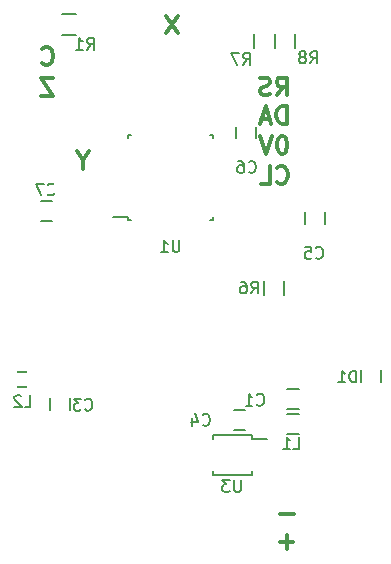
<source format=gbo>
G04 #@! TF.FileFunction,Legend,Bot*
%FSLAX46Y46*%
G04 Gerber Fmt 4.6, Leading zero omitted, Abs format (unit mm)*
G04 Created by KiCad (PCBNEW (after 2015-mar-04 BZR unknown)-product) date 22/05/2015 04:17:12*
%MOMM*%
G01*
G04 APERTURE LIST*
%ADD10C,0.100000*%
%ADD11C,0.300000*%
%ADD12C,0.150000*%
%ADD13R,1.500000X1.250000*%
%ADD14C,0.899160*%
%ADD15R,2.032000X2.032000*%
%ADD16O,2.032000X2.032000*%
%ADD17R,1.500000X1.300000*%
%ADD18R,1.397000X1.397000*%
%ADD19C,1.397000*%
%ADD20R,1.250000X1.500000*%
%ADD21R,1.727200X1.727200*%
%ADD22O,1.727200X1.727200*%
%ADD23R,2.032000X1.727200*%
%ADD24O,2.032000X1.727200*%
%ADD25R,1.300000X1.500000*%
%ADD26R,1.400000X0.300000*%
%ADD27C,1.016000*%
%ADD28R,1.549400X1.800860*%
%ADD29R,1.200000X0.600000*%
%ADD30R,0.600000X1.200000*%
%ADD31C,1.524000*%
G04 APERTURE END LIST*
D10*
D11*
X157821428Y-102967143D02*
X156678571Y-102967143D01*
X157250000Y-103538571D02*
X157250000Y-102395714D01*
X157851428Y-100597143D02*
X156708571Y-100597143D01*
X137469999Y-63668571D02*
X136469999Y-63668571D01*
X137469999Y-65168571D01*
X136469999Y-65168571D01*
X136565714Y-62425714D02*
X136637143Y-62497143D01*
X136851429Y-62568571D01*
X136994286Y-62568571D01*
X137208571Y-62497143D01*
X137351429Y-62354286D01*
X137422857Y-62211429D01*
X137494286Y-61925714D01*
X137494286Y-61711429D01*
X137422857Y-61425714D01*
X137351429Y-61282857D01*
X137208571Y-61140000D01*
X136994286Y-61068571D01*
X136851429Y-61068571D01*
X136637143Y-61140000D01*
X136565714Y-61211429D01*
X139990000Y-70654286D02*
X139990000Y-71368571D01*
X140490000Y-69868571D02*
X139990000Y-70654286D01*
X139490000Y-69868571D01*
X148039999Y-58398571D02*
X147039999Y-59898571D01*
X147039999Y-58398571D02*
X148039999Y-59898571D01*
X156442857Y-72485714D02*
X156514286Y-72557143D01*
X156728572Y-72628571D01*
X156871429Y-72628571D01*
X157085714Y-72557143D01*
X157228572Y-72414286D01*
X157300000Y-72271429D01*
X157371429Y-71985714D01*
X157371429Y-71771429D01*
X157300000Y-71485714D01*
X157228572Y-71342857D01*
X157085714Y-71200000D01*
X156871429Y-71128571D01*
X156728572Y-71128571D01*
X156514286Y-71200000D01*
X156442857Y-71271429D01*
X155085714Y-72628571D02*
X155800000Y-72628571D01*
X155800000Y-71128571D01*
X156944285Y-68598571D02*
X156801428Y-68598571D01*
X156658571Y-68670000D01*
X156587142Y-68741429D01*
X156515713Y-68884286D01*
X156444285Y-69170000D01*
X156444285Y-69527143D01*
X156515713Y-69812857D01*
X156587142Y-69955714D01*
X156658571Y-70027143D01*
X156801428Y-70098571D01*
X156944285Y-70098571D01*
X157087142Y-70027143D01*
X157158571Y-69955714D01*
X157229999Y-69812857D01*
X157301428Y-69527143D01*
X157301428Y-69170000D01*
X157229999Y-68884286D01*
X157158571Y-68741429D01*
X157087142Y-68670000D01*
X156944285Y-68598571D01*
X156015714Y-68598571D02*
X155515714Y-70098571D01*
X155015714Y-68598571D01*
X157245714Y-67548571D02*
X157245714Y-66048571D01*
X156888571Y-66048571D01*
X156674286Y-66120000D01*
X156531428Y-66262857D01*
X156460000Y-66405714D01*
X156388571Y-66691429D01*
X156388571Y-66905714D01*
X156460000Y-67191429D01*
X156531428Y-67334286D01*
X156674286Y-67477143D01*
X156888571Y-67548571D01*
X157245714Y-67548571D01*
X155817143Y-67120000D02*
X155102857Y-67120000D01*
X155960000Y-67548571D02*
X155460000Y-66048571D01*
X154960000Y-67548571D01*
X156409999Y-65138571D02*
X156909999Y-64424286D01*
X157267142Y-65138571D02*
X157267142Y-63638571D01*
X156695714Y-63638571D01*
X156552856Y-63710000D01*
X156481428Y-63781429D01*
X156409999Y-63924286D01*
X156409999Y-64138571D01*
X156481428Y-64281429D01*
X156552856Y-64352857D01*
X156695714Y-64424286D01*
X157267142Y-64424286D01*
X155838571Y-65067143D02*
X155624285Y-65138571D01*
X155267142Y-65138571D01*
X155124285Y-65067143D01*
X155052856Y-64995714D01*
X154981428Y-64852857D01*
X154981428Y-64710000D01*
X155052856Y-64567143D01*
X155124285Y-64495714D01*
X155267142Y-64424286D01*
X155552856Y-64352857D01*
X155695714Y-64281429D01*
X155767142Y-64210000D01*
X155838571Y-64067143D01*
X155838571Y-63924286D01*
X155767142Y-63781429D01*
X155695714Y-63710000D01*
X155552856Y-63638571D01*
X155195714Y-63638571D01*
X154981428Y-63710000D01*
D12*
X158260000Y-91710000D02*
X157260000Y-91710000D01*
X157260000Y-90010000D02*
X158260000Y-90010000D01*
X138210000Y-60035000D02*
X139410000Y-60035000D01*
X139410000Y-58285000D02*
X138210000Y-58285000D01*
X137210000Y-91810000D02*
X137210000Y-90810000D01*
X138910000Y-90810000D02*
X138910000Y-91810000D01*
X153760000Y-93460000D02*
X152760000Y-93460000D01*
X152760000Y-91760000D02*
X153760000Y-91760000D01*
X157260000Y-92110000D02*
X158260000Y-92110000D01*
X158260000Y-93810000D02*
X157260000Y-93810000D01*
X158810000Y-76010000D02*
X158810000Y-75010000D01*
X160510000Y-75010000D02*
X160510000Y-76010000D01*
X152960000Y-68785000D02*
X152960000Y-67785000D01*
X154660000Y-67785000D02*
X154660000Y-68785000D01*
X137420000Y-75750000D02*
X136420000Y-75750000D01*
X136420000Y-74050000D02*
X137420000Y-74050000D01*
X156240000Y-61175000D02*
X156240000Y-59975000D01*
X154490000Y-59975000D02*
X154490000Y-61175000D01*
X157990000Y-61175000D02*
X157990000Y-59975000D01*
X156240000Y-59975000D02*
X156240000Y-61175000D01*
X154335000Y-93935000D02*
X154335000Y-94235000D01*
X150985000Y-93935000D02*
X150985000Y-94235000D01*
X150985000Y-97285000D02*
X150985000Y-96985000D01*
X154335000Y-97285000D02*
X154335000Y-96985000D01*
X154335000Y-93935000D02*
X150985000Y-93935000D01*
X154335000Y-97285000D02*
X150985000Y-97285000D01*
X154335000Y-94235000D02*
X155560000Y-94235000D01*
X135495000Y-89845000D02*
X135495000Y-88575000D01*
X133844000Y-89845000D02*
X133844000Y-88575000D01*
X133844000Y-88575000D02*
X135876000Y-88575000D01*
X135876000Y-88575000D02*
X135876000Y-89845000D01*
X135876000Y-89845000D02*
X133844000Y-89845000D01*
X143785000Y-75735000D02*
X143785000Y-75435000D01*
X151035000Y-75735000D02*
X151035000Y-75435000D01*
X151035000Y-68485000D02*
X151035000Y-68785000D01*
X143785000Y-68485000D02*
X143785000Y-68785000D01*
X143785000Y-75735000D02*
X144085000Y-75735000D01*
X143785000Y-68485000D02*
X144085000Y-68485000D01*
X151035000Y-68485000D02*
X150735000Y-68485000D01*
X151035000Y-75735000D02*
X150735000Y-75735000D01*
X143785000Y-75435000D02*
X142560000Y-75435000D01*
X165210000Y-88430000D02*
X165210000Y-89430000D01*
X163510000Y-89430000D02*
X163510000Y-88430000D01*
X157055000Y-82060000D02*
X157055000Y-80860000D01*
X155305000Y-80860000D02*
X155305000Y-82060000D01*
X154726666Y-91317143D02*
X154774285Y-91364762D01*
X154917142Y-91412381D01*
X155012380Y-91412381D01*
X155155238Y-91364762D01*
X155250476Y-91269524D01*
X155298095Y-91174286D01*
X155345714Y-90983810D01*
X155345714Y-90840952D01*
X155298095Y-90650476D01*
X155250476Y-90555238D01*
X155155238Y-90460000D01*
X155012380Y-90412381D01*
X154917142Y-90412381D01*
X154774285Y-90460000D01*
X154726666Y-90507619D01*
X153774285Y-91412381D02*
X154345714Y-91412381D01*
X154060000Y-91412381D02*
X154060000Y-90412381D01*
X154155238Y-90555238D01*
X154250476Y-90650476D01*
X154345714Y-90698095D01*
X140356666Y-61272381D02*
X140690000Y-60796190D01*
X140928095Y-61272381D02*
X140928095Y-60272381D01*
X140547142Y-60272381D01*
X140451904Y-60320000D01*
X140404285Y-60367619D01*
X140356666Y-60462857D01*
X140356666Y-60605714D01*
X140404285Y-60700952D01*
X140451904Y-60748571D01*
X140547142Y-60796190D01*
X140928095Y-60796190D01*
X139404285Y-61272381D02*
X139975714Y-61272381D01*
X139690000Y-61272381D02*
X139690000Y-60272381D01*
X139785238Y-60415238D01*
X139880476Y-60510476D01*
X139975714Y-60558095D01*
X140176666Y-91737143D02*
X140224285Y-91784762D01*
X140367142Y-91832381D01*
X140462380Y-91832381D01*
X140605238Y-91784762D01*
X140700476Y-91689524D01*
X140748095Y-91594286D01*
X140795714Y-91403810D01*
X140795714Y-91260952D01*
X140748095Y-91070476D01*
X140700476Y-90975238D01*
X140605238Y-90880000D01*
X140462380Y-90832381D01*
X140367142Y-90832381D01*
X140224285Y-90880000D01*
X140176666Y-90927619D01*
X139843333Y-90832381D02*
X139224285Y-90832381D01*
X139557619Y-91213333D01*
X139414761Y-91213333D01*
X139319523Y-91260952D01*
X139271904Y-91308571D01*
X139224285Y-91403810D01*
X139224285Y-91641905D01*
X139271904Y-91737143D01*
X139319523Y-91784762D01*
X139414761Y-91832381D01*
X139700476Y-91832381D01*
X139795714Y-91784762D01*
X139843333Y-91737143D01*
X150126666Y-93017143D02*
X150174285Y-93064762D01*
X150317142Y-93112381D01*
X150412380Y-93112381D01*
X150555238Y-93064762D01*
X150650476Y-92969524D01*
X150698095Y-92874286D01*
X150745714Y-92683810D01*
X150745714Y-92540952D01*
X150698095Y-92350476D01*
X150650476Y-92255238D01*
X150555238Y-92160000D01*
X150412380Y-92112381D01*
X150317142Y-92112381D01*
X150174285Y-92160000D01*
X150126666Y-92207619D01*
X149269523Y-92445714D02*
X149269523Y-93112381D01*
X149507619Y-92064762D02*
X149745714Y-92779048D01*
X149126666Y-92779048D01*
X157826666Y-95062381D02*
X158302857Y-95062381D01*
X158302857Y-94062381D01*
X156969523Y-95062381D02*
X157540952Y-95062381D01*
X157255238Y-95062381D02*
X157255238Y-94062381D01*
X157350476Y-94205238D01*
X157445714Y-94300476D01*
X157540952Y-94348095D01*
X159726666Y-78877143D02*
X159774285Y-78924762D01*
X159917142Y-78972381D01*
X160012380Y-78972381D01*
X160155238Y-78924762D01*
X160250476Y-78829524D01*
X160298095Y-78734286D01*
X160345714Y-78543810D01*
X160345714Y-78400952D01*
X160298095Y-78210476D01*
X160250476Y-78115238D01*
X160155238Y-78020000D01*
X160012380Y-77972381D01*
X159917142Y-77972381D01*
X159774285Y-78020000D01*
X159726666Y-78067619D01*
X158821904Y-77972381D02*
X159298095Y-77972381D01*
X159345714Y-78448571D01*
X159298095Y-78400952D01*
X159202857Y-78353333D01*
X158964761Y-78353333D01*
X158869523Y-78400952D01*
X158821904Y-78448571D01*
X158774285Y-78543810D01*
X158774285Y-78781905D01*
X158821904Y-78877143D01*
X158869523Y-78924762D01*
X158964761Y-78972381D01*
X159202857Y-78972381D01*
X159298095Y-78924762D01*
X159345714Y-78877143D01*
X154026666Y-71607143D02*
X154074285Y-71654762D01*
X154217142Y-71702381D01*
X154312380Y-71702381D01*
X154455238Y-71654762D01*
X154550476Y-71559524D01*
X154598095Y-71464286D01*
X154645714Y-71273810D01*
X154645714Y-71130952D01*
X154598095Y-70940476D01*
X154550476Y-70845238D01*
X154455238Y-70750000D01*
X154312380Y-70702381D01*
X154217142Y-70702381D01*
X154074285Y-70750000D01*
X154026666Y-70797619D01*
X153169523Y-70702381D02*
X153360000Y-70702381D01*
X153455238Y-70750000D01*
X153502857Y-70797619D01*
X153598095Y-70940476D01*
X153645714Y-71130952D01*
X153645714Y-71511905D01*
X153598095Y-71607143D01*
X153550476Y-71654762D01*
X153455238Y-71702381D01*
X153264761Y-71702381D01*
X153169523Y-71654762D01*
X153121904Y-71607143D01*
X153074285Y-71511905D01*
X153074285Y-71273810D01*
X153121904Y-71178571D01*
X153169523Y-71130952D01*
X153264761Y-71083333D01*
X153455238Y-71083333D01*
X153550476Y-71130952D01*
X153598095Y-71178571D01*
X153645714Y-71273810D01*
X137036666Y-73527143D02*
X137084285Y-73574762D01*
X137227142Y-73622381D01*
X137322380Y-73622381D01*
X137465238Y-73574762D01*
X137560476Y-73479524D01*
X137608095Y-73384286D01*
X137655714Y-73193810D01*
X137655714Y-73050952D01*
X137608095Y-72860476D01*
X137560476Y-72765238D01*
X137465238Y-72670000D01*
X137322380Y-72622381D01*
X137227142Y-72622381D01*
X137084285Y-72670000D01*
X137036666Y-72717619D01*
X136703333Y-72622381D02*
X136036666Y-72622381D01*
X136465238Y-73622381D01*
X153576666Y-62542381D02*
X153910000Y-62066190D01*
X154148095Y-62542381D02*
X154148095Y-61542381D01*
X153767142Y-61542381D01*
X153671904Y-61590000D01*
X153624285Y-61637619D01*
X153576666Y-61732857D01*
X153576666Y-61875714D01*
X153624285Y-61970952D01*
X153671904Y-62018571D01*
X153767142Y-62066190D01*
X154148095Y-62066190D01*
X153243333Y-61542381D02*
X152576666Y-61542381D01*
X153005238Y-62542381D01*
X159266666Y-62432381D02*
X159600000Y-61956190D01*
X159838095Y-62432381D02*
X159838095Y-61432381D01*
X159457142Y-61432381D01*
X159361904Y-61480000D01*
X159314285Y-61527619D01*
X159266666Y-61622857D01*
X159266666Y-61765714D01*
X159314285Y-61860952D01*
X159361904Y-61908571D01*
X159457142Y-61956190D01*
X159838095Y-61956190D01*
X158695238Y-61860952D02*
X158790476Y-61813333D01*
X158838095Y-61765714D01*
X158885714Y-61670476D01*
X158885714Y-61622857D01*
X158838095Y-61527619D01*
X158790476Y-61480000D01*
X158695238Y-61432381D01*
X158504761Y-61432381D01*
X158409523Y-61480000D01*
X158361904Y-61527619D01*
X158314285Y-61622857D01*
X158314285Y-61670476D01*
X158361904Y-61765714D01*
X158409523Y-61813333D01*
X158504761Y-61860952D01*
X158695238Y-61860952D01*
X158790476Y-61908571D01*
X158838095Y-61956190D01*
X158885714Y-62051429D01*
X158885714Y-62241905D01*
X158838095Y-62337143D01*
X158790476Y-62384762D01*
X158695238Y-62432381D01*
X158504761Y-62432381D01*
X158409523Y-62384762D01*
X158361904Y-62337143D01*
X158314285Y-62241905D01*
X158314285Y-62051429D01*
X158361904Y-61956190D01*
X158409523Y-61908571D01*
X158504761Y-61860952D01*
X153371905Y-97712381D02*
X153371905Y-98521905D01*
X153324286Y-98617143D01*
X153276667Y-98664762D01*
X153181429Y-98712381D01*
X152990952Y-98712381D01*
X152895714Y-98664762D01*
X152848095Y-98617143D01*
X152800476Y-98521905D01*
X152800476Y-97712381D01*
X152419524Y-97712381D02*
X151800476Y-97712381D01*
X152133810Y-98093333D01*
X151990952Y-98093333D01*
X151895714Y-98140952D01*
X151848095Y-98188571D01*
X151800476Y-98283810D01*
X151800476Y-98521905D01*
X151848095Y-98617143D01*
X151895714Y-98664762D01*
X151990952Y-98712381D01*
X152276667Y-98712381D01*
X152371905Y-98664762D01*
X152419524Y-98617143D01*
X135056666Y-91512381D02*
X135532857Y-91512381D01*
X135532857Y-90512381D01*
X134770952Y-90607619D02*
X134723333Y-90560000D01*
X134628095Y-90512381D01*
X134389999Y-90512381D01*
X134294761Y-90560000D01*
X134247142Y-90607619D01*
X134199523Y-90702857D01*
X134199523Y-90798095D01*
X134247142Y-90940952D01*
X134818571Y-91512381D01*
X134199523Y-91512381D01*
X148171905Y-77412381D02*
X148171905Y-78221905D01*
X148124286Y-78317143D01*
X148076667Y-78364762D01*
X147981429Y-78412381D01*
X147790952Y-78412381D01*
X147695714Y-78364762D01*
X147648095Y-78317143D01*
X147600476Y-78221905D01*
X147600476Y-77412381D01*
X146600476Y-78412381D02*
X147171905Y-78412381D01*
X146886191Y-78412381D02*
X146886191Y-77412381D01*
X146981429Y-77555238D01*
X147076667Y-77650476D01*
X147171905Y-77698095D01*
X163138095Y-89452381D02*
X163138095Y-88452381D01*
X162900000Y-88452381D01*
X162757142Y-88500000D01*
X162661904Y-88595238D01*
X162614285Y-88690476D01*
X162566666Y-88880952D01*
X162566666Y-89023810D01*
X162614285Y-89214286D01*
X162661904Y-89309524D01*
X162757142Y-89404762D01*
X162900000Y-89452381D01*
X163138095Y-89452381D01*
X161614285Y-89452381D02*
X162185714Y-89452381D01*
X161900000Y-89452381D02*
X161900000Y-88452381D01*
X161995238Y-88595238D01*
X162090476Y-88690476D01*
X162185714Y-88738095D01*
X154246666Y-81912381D02*
X154580000Y-81436190D01*
X154818095Y-81912381D02*
X154818095Y-80912381D01*
X154437142Y-80912381D01*
X154341904Y-80960000D01*
X154294285Y-81007619D01*
X154246666Y-81102857D01*
X154246666Y-81245714D01*
X154294285Y-81340952D01*
X154341904Y-81388571D01*
X154437142Y-81436190D01*
X154818095Y-81436190D01*
X153389523Y-80912381D02*
X153580000Y-80912381D01*
X153675238Y-80960000D01*
X153722857Y-81007619D01*
X153818095Y-81150476D01*
X153865714Y-81340952D01*
X153865714Y-81721905D01*
X153818095Y-81817143D01*
X153770476Y-81864762D01*
X153675238Y-81912381D01*
X153484761Y-81912381D01*
X153389523Y-81864762D01*
X153341904Y-81817143D01*
X153294285Y-81721905D01*
X153294285Y-81483810D01*
X153341904Y-81388571D01*
X153389523Y-81340952D01*
X153484761Y-81293333D01*
X153675238Y-81293333D01*
X153770476Y-81340952D01*
X153818095Y-81388571D01*
X153865714Y-81483810D01*
%LPC*%
D13*
X156510000Y-90860000D03*
X159010000Y-90860000D03*
D14*
X162109100Y-91459640D03*
X162109100Y-87060360D03*
D15*
X151360000Y-100610000D03*
D16*
X151360000Y-103150000D03*
D15*
X154960000Y-103110000D03*
D16*
X154960000Y-100570000D03*
D17*
X140160000Y-59160000D03*
X137460000Y-59160000D03*
D18*
X135310000Y-61870000D03*
D19*
X135310000Y-64410000D03*
X135310000Y-66950000D03*
D20*
X138060000Y-90060000D03*
X138060000Y-92560000D03*
D13*
X152010000Y-92610000D03*
X154510000Y-92610000D03*
D21*
X139810000Y-103060000D03*
D22*
X139810000Y-100520000D03*
X142350000Y-103060000D03*
X142350000Y-100520000D03*
X144890000Y-103060000D03*
X144890000Y-100520000D03*
X147430000Y-103060000D03*
X147430000Y-100520000D03*
D13*
X159010000Y-92960000D03*
X156510000Y-92960000D03*
D20*
X159660000Y-74260000D03*
X159660000Y-76760000D03*
X153810000Y-67035000D03*
X153810000Y-69535000D03*
D13*
X135670000Y-74900000D03*
X138170000Y-74900000D03*
D23*
X159010000Y-64260000D03*
D24*
X159010000Y-66800000D03*
X159010000Y-69340000D03*
X159010000Y-71880000D03*
D25*
X155365000Y-59225000D03*
X155365000Y-61925000D03*
X157115000Y-59225000D03*
X157115000Y-61925000D03*
D26*
X154860000Y-94610000D03*
X154860000Y-95110000D03*
X154860000Y-95610000D03*
X154860000Y-96110000D03*
X154860000Y-96610000D03*
X150460000Y-96610000D03*
X150460000Y-96110000D03*
X150460000Y-95610000D03*
X150460000Y-95110000D03*
X150460000Y-94610000D03*
D23*
X135360000Y-95510000D03*
D24*
X135360000Y-98050000D03*
D27*
X135360000Y-100590000D03*
D28*
X136036020Y-89210000D03*
X133683980Y-89210000D03*
D29*
X143160000Y-74910000D03*
X143160000Y-74110000D03*
X143160000Y-73310000D03*
X143160000Y-72510000D03*
X143160000Y-71710000D03*
X143160000Y-70910000D03*
X143160000Y-70110000D03*
X143160000Y-69310000D03*
D30*
X144610000Y-67860000D03*
X145410000Y-67860000D03*
X146210000Y-67860000D03*
X147010000Y-67860000D03*
X147810000Y-67860000D03*
X148610000Y-67860000D03*
X149410000Y-67860000D03*
X150210000Y-67860000D03*
D29*
X151660000Y-69310000D03*
X151660000Y-70110000D03*
X151660000Y-70910000D03*
X151660000Y-71710000D03*
X151660000Y-72510000D03*
X151660000Y-73310000D03*
X151660000Y-74110000D03*
X151660000Y-74910000D03*
D30*
X150210000Y-76360000D03*
X149410000Y-76360000D03*
X148610000Y-76360000D03*
X147810000Y-76360000D03*
X147010000Y-76360000D03*
X146210000Y-76360000D03*
X145410000Y-76360000D03*
X144610000Y-76360000D03*
D31*
X138210000Y-68210000D03*
X138210000Y-70610000D03*
X138210000Y-73010000D03*
X145110000Y-61210000D03*
X147510000Y-61210000D03*
X149910000Y-61210000D03*
D20*
X164360000Y-90180000D03*
X164360000Y-87680000D03*
D25*
X156180000Y-80110000D03*
X156180000Y-82810000D03*
M02*

</source>
